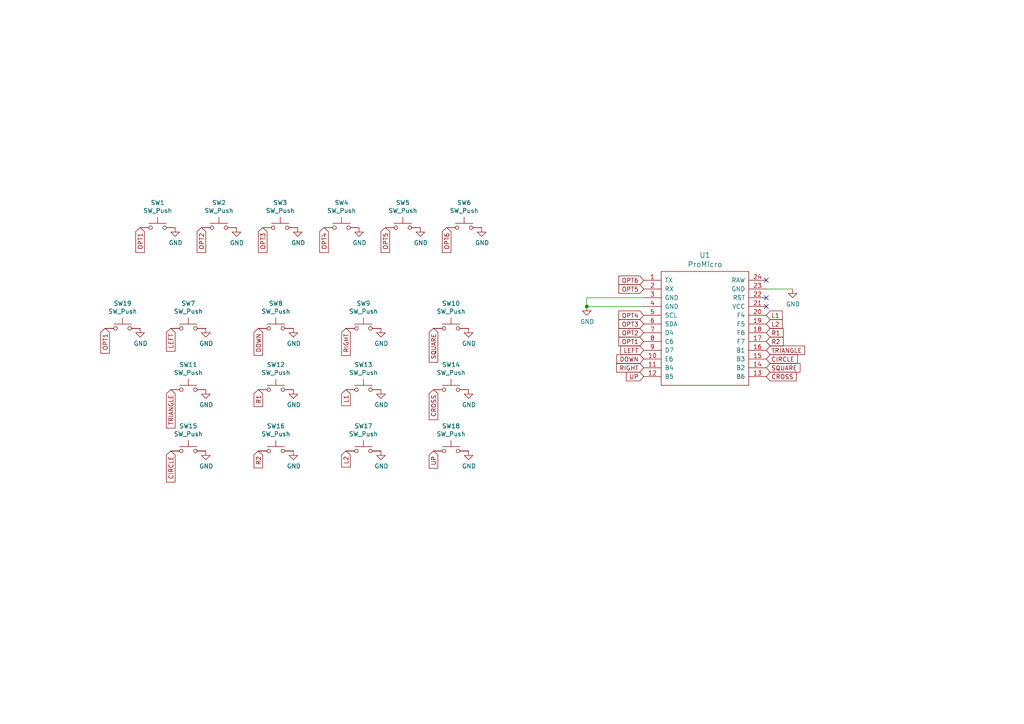
<source format=kicad_sch>
(kicad_sch (version 20211123) (generator eeschema)

  (uuid eb0d7aba-9d1d-4c08-8c07-1918544c3f39)

  (paper "A4")

  (lib_symbols
    (symbol "ProMicro:ProMicro" (pin_names (offset 1.016)) (in_bom yes) (on_board yes)
      (property "Reference" "U" (id 0) (at 0 24.13 0)
        (effects (font (size 1.524 1.524)))
      )
      (property "Value" "ProMicro" (id 1) (at 0 -13.97 0)
        (effects (font (size 1.524 1.524)))
      )
      (property "Footprint" "" (id 2) (at 2.54 -26.67 0)
        (effects (font (size 1.524 1.524)))
      )
      (property "Datasheet" "" (id 3) (at 2.54 -26.67 0)
        (effects (font (size 1.524 1.524)))
      )
      (symbol "ProMicro_0_1"
        (rectangle (start -12.7 21.59) (end 12.7 -11.43)
          (stroke (width 0) (type default) (color 0 0 0 0))
          (fill (type none))
        )
      )
      (symbol "ProMicro_1_1"
        (pin bidirectional line (at -17.78 19.05 0) (length 5.08)
          (name "TX" (effects (font (size 1.27 1.27))))
          (number "1" (effects (font (size 1.27 1.27))))
        )
        (pin bidirectional line (at -17.78 -3.81 0) (length 5.08)
          (name "E6" (effects (font (size 1.27 1.27))))
          (number "10" (effects (font (size 1.27 1.27))))
        )
        (pin bidirectional line (at -17.78 -6.35 0) (length 5.08)
          (name "B4" (effects (font (size 1.27 1.27))))
          (number "11" (effects (font (size 1.27 1.27))))
        )
        (pin bidirectional line (at -17.78 -8.89 0) (length 5.08)
          (name "B5" (effects (font (size 1.27 1.27))))
          (number "12" (effects (font (size 1.27 1.27))))
        )
        (pin bidirectional line (at 17.78 -8.89 180) (length 5.08)
          (name "B6" (effects (font (size 1.27 1.27))))
          (number "13" (effects (font (size 1.27 1.27))))
        )
        (pin bidirectional line (at 17.78 -6.35 180) (length 5.08)
          (name "B2" (effects (font (size 1.27 1.27))))
          (number "14" (effects (font (size 1.27 1.27))))
        )
        (pin bidirectional line (at 17.78 -3.81 180) (length 5.08)
          (name "B3" (effects (font (size 1.27 1.27))))
          (number "15" (effects (font (size 1.27 1.27))))
        )
        (pin bidirectional line (at 17.78 -1.27 180) (length 5.08)
          (name "B1" (effects (font (size 1.27 1.27))))
          (number "16" (effects (font (size 1.27 1.27))))
        )
        (pin bidirectional line (at 17.78 1.27 180) (length 5.08)
          (name "F7" (effects (font (size 1.27 1.27))))
          (number "17" (effects (font (size 1.27 1.27))))
        )
        (pin bidirectional line (at 17.78 3.81 180) (length 5.08)
          (name "F6" (effects (font (size 1.27 1.27))))
          (number "18" (effects (font (size 1.27 1.27))))
        )
        (pin bidirectional line (at 17.78 6.35 180) (length 5.08)
          (name "F5" (effects (font (size 1.27 1.27))))
          (number "19" (effects (font (size 1.27 1.27))))
        )
        (pin bidirectional line (at -17.78 16.51 0) (length 5.08)
          (name "RX" (effects (font (size 1.27 1.27))))
          (number "2" (effects (font (size 1.27 1.27))))
        )
        (pin bidirectional line (at 17.78 8.89 180) (length 5.08)
          (name "F4" (effects (font (size 1.27 1.27))))
          (number "20" (effects (font (size 1.27 1.27))))
        )
        (pin power_in line (at 17.78 11.43 180) (length 5.08)
          (name "VCC" (effects (font (size 1.27 1.27))))
          (number "21" (effects (font (size 1.27 1.27))))
        )
        (pin input line (at 17.78 13.97 180) (length 5.08)
          (name "RST" (effects (font (size 1.27 1.27))))
          (number "22" (effects (font (size 1.27 1.27))))
        )
        (pin power_in line (at 17.78 16.51 180) (length 5.08)
          (name "GND" (effects (font (size 1.27 1.27))))
          (number "23" (effects (font (size 1.27 1.27))))
        )
        (pin power_out line (at 17.78 19.05 180) (length 5.08)
          (name "RAW" (effects (font (size 1.27 1.27))))
          (number "24" (effects (font (size 1.27 1.27))))
        )
        (pin power_in line (at -17.78 13.97 0) (length 5.08)
          (name "GND" (effects (font (size 1.27 1.27))))
          (number "3" (effects (font (size 1.27 1.27))))
        )
        (pin power_in line (at -17.78 11.43 0) (length 5.08)
          (name "GND" (effects (font (size 1.27 1.27))))
          (number "4" (effects (font (size 1.27 1.27))))
        )
        (pin bidirectional line (at -17.78 8.89 0) (length 5.08)
          (name "SCL" (effects (font (size 1.27 1.27))))
          (number "5" (effects (font (size 1.27 1.27))))
        )
        (pin bidirectional line (at -17.78 6.35 0) (length 5.08)
          (name "SDA" (effects (font (size 1.27 1.27))))
          (number "6" (effects (font (size 1.27 1.27))))
        )
        (pin bidirectional line (at -17.78 3.81 0) (length 5.08)
          (name "D4" (effects (font (size 1.27 1.27))))
          (number "7" (effects (font (size 1.27 1.27))))
        )
        (pin bidirectional line (at -17.78 1.27 0) (length 5.08)
          (name "C6" (effects (font (size 1.27 1.27))))
          (number "8" (effects (font (size 1.27 1.27))))
        )
        (pin bidirectional line (at -17.78 -1.27 0) (length 5.08)
          (name "D7" (effects (font (size 1.27 1.27))))
          (number "9" (effects (font (size 1.27 1.27))))
        )
      )
    )
    (symbol "Switch:SW_Push" (pin_numbers hide) (pin_names (offset 1.016) hide) (in_bom yes) (on_board yes)
      (property "Reference" "SW" (id 0) (at 1.27 2.54 0)
        (effects (font (size 1.27 1.27)) (justify left))
      )
      (property "Value" "SW_Push" (id 1) (at 0 -1.524 0)
        (effects (font (size 1.27 1.27)))
      )
      (property "Footprint" "" (id 2) (at 0 5.08 0)
        (effects (font (size 1.27 1.27)) hide)
      )
      (property "Datasheet" "~" (id 3) (at 0 5.08 0)
        (effects (font (size 1.27 1.27)) hide)
      )
      (property "ki_keywords" "switch normally-open pushbutton push-button" (id 4) (at 0 0 0)
        (effects (font (size 1.27 1.27)) hide)
      )
      (property "ki_description" "Push button switch, generic, two pins" (id 5) (at 0 0 0)
        (effects (font (size 1.27 1.27)) hide)
      )
      (symbol "SW_Push_0_1"
        (circle (center -2.032 0) (radius 0.508)
          (stroke (width 0) (type default) (color 0 0 0 0))
          (fill (type none))
        )
        (polyline
          (pts
            (xy 0 1.27)
            (xy 0 3.048)
          )
          (stroke (width 0) (type default) (color 0 0 0 0))
          (fill (type none))
        )
        (polyline
          (pts
            (xy 2.54 1.27)
            (xy -2.54 1.27)
          )
          (stroke (width 0) (type default) (color 0 0 0 0))
          (fill (type none))
        )
        (circle (center 2.032 0) (radius 0.508)
          (stroke (width 0) (type default) (color 0 0 0 0))
          (fill (type none))
        )
        (pin passive line (at -5.08 0 0) (length 2.54)
          (name "1" (effects (font (size 1.27 1.27))))
          (number "1" (effects (font (size 1.27 1.27))))
        )
        (pin passive line (at 5.08 0 180) (length 2.54)
          (name "2" (effects (font (size 1.27 1.27))))
          (number "2" (effects (font (size 1.27 1.27))))
        )
      )
    )
    (symbol "power:GND" (power) (pin_names (offset 0)) (in_bom yes) (on_board yes)
      (property "Reference" "#PWR" (id 0) (at 0 -6.35 0)
        (effects (font (size 1.27 1.27)) hide)
      )
      (property "Value" "GND" (id 1) (at 0 -3.81 0)
        (effects (font (size 1.27 1.27)))
      )
      (property "Footprint" "" (id 2) (at 0 0 0)
        (effects (font (size 1.27 1.27)) hide)
      )
      (property "Datasheet" "" (id 3) (at 0 0 0)
        (effects (font (size 1.27 1.27)) hide)
      )
      (property "ki_keywords" "power-flag" (id 4) (at 0 0 0)
        (effects (font (size 1.27 1.27)) hide)
      )
      (property "ki_description" "Power symbol creates a global label with name \"GND\" , ground" (id 5) (at 0 0 0)
        (effects (font (size 1.27 1.27)) hide)
      )
      (symbol "GND_0_1"
        (polyline
          (pts
            (xy 0 0)
            (xy 0 -1.27)
            (xy 1.27 -1.27)
            (xy 0 -2.54)
            (xy -1.27 -1.27)
            (xy 0 -1.27)
          )
          (stroke (width 0) (type default) (color 0 0 0 0))
          (fill (type none))
        )
      )
      (symbol "GND_1_1"
        (pin power_in line (at 0 0 270) (length 0) hide
          (name "GND" (effects (font (size 1.27 1.27))))
          (number "1" (effects (font (size 1.27 1.27))))
        )
      )
    )
  )

  (junction (at 170.18 88.9) (diameter 0) (color 0 0 0 0)
    (uuid 9397be4c-55a4-4195-b561-45e1965650cb)
  )

  (no_connect (at 222.25 81.28) (uuid 238584b9-686b-4ce1-8d0a-e82ff8147448))
  (no_connect (at 222.25 88.9) (uuid 46b9b8d4-056f-4085-b3ee-f4c877f78e2c))
  (no_connect (at 222.25 86.36) (uuid 82d762ae-d9b6-4f0a-8680-341cea44a04f))

  (wire (pts (xy 170.18 88.9) (xy 186.69 88.9))
    (stroke (width 0) (type default) (color 0 0 0 0))
    (uuid 0b62f18d-5693-408d-8604-8a518065ae4e)
  )
  (wire (pts (xy 170.18 86.36) (xy 186.69 86.36))
    (stroke (width 0) (type default) (color 0 0 0 0))
    (uuid 17da2aaf-a2f2-47a1-a4d9-7a64e7df08d8)
  )
  (wire (pts (xy 170.18 86.36) (xy 170.18 88.9))
    (stroke (width 0) (type default) (color 0 0 0 0))
    (uuid 1c074a58-821c-43ab-971c-9c34930def9c)
  )
  (wire (pts (xy 222.25 83.82) (xy 229.87 83.82))
    (stroke (width 0) (type default) (color 0 0 0 0))
    (uuid b1fbf8b1-2128-4b96-907e-92eff8008252)
  )

  (global_label "OPT6" (shape input) (at 186.69 81.28 180) (fields_autoplaced)
    (effects (font (size 1.27 1.27)) (justify right))
    (uuid 02e27ee6-4181-4de3-b710-0b2ea93e759e)
    (property "Intersheet References" "${INTERSHEET_REFS}" (id 0) (at 0 0 0)
      (effects (font (size 1.27 1.27)) hide)
    )
  )
  (global_label "OPT4" (shape input) (at 186.69 91.44 180) (fields_autoplaced)
    (effects (font (size 1.27 1.27)) (justify right))
    (uuid 1628d288-e051-46f8-9cdc-1a47da2f561b)
    (property "Intersheet References" "${INTERSHEET_REFS}" (id 0) (at 0 0 0)
      (effects (font (size 1.27 1.27)) hide)
    )
  )
  (global_label "SQUARE" (shape input) (at 222.25 106.68 0) (fields_autoplaced)
    (effects (font (size 1.27 1.27)) (justify left))
    (uuid 164ff5a8-d646-4c3d-99dd-d57695b2b0c4)
    (property "Intersheet References" "${INTERSHEET_REFS}" (id 0) (at 0 0 0)
      (effects (font (size 1.27 1.27)) hide)
    )
  )
  (global_label "RIGHT" (shape input) (at 100.33 95.25 270) (fields_autoplaced)
    (effects (font (size 1.27 1.27)) (justify right))
    (uuid 1acb4d8b-4b58-4445-9cd9-ec1824c1be87)
    (property "Intersheet References" "${INTERSHEET_REFS}" (id 0) (at 0 0 0)
      (effects (font (size 1.27 1.27)) hide)
    )
  )
  (global_label "DOWN" (shape input) (at 186.69 104.14 180) (fields_autoplaced)
    (effects (font (size 1.27 1.27)) (justify right))
    (uuid 22cdea5c-9a3b-44d9-bf11-5197a87f5adf)
    (property "Intersheet References" "${INTERSHEET_REFS}" (id 0) (at 0 0 0)
      (effects (font (size 1.27 1.27)) hide)
    )
  )
  (global_label "LEFT" (shape input) (at 49.53 95.25 270) (fields_autoplaced)
    (effects (font (size 1.27 1.27)) (justify right))
    (uuid 3402a745-f3ee-4d2d-be22-c14474bd87c0)
    (property "Intersheet References" "${INTERSHEET_REFS}" (id 0) (at 0 0 0)
      (effects (font (size 1.27 1.27)) hide)
    )
  )
  (global_label "OPT2" (shape input) (at 186.69 96.52 180) (fields_autoplaced)
    (effects (font (size 1.27 1.27)) (justify right))
    (uuid 43c290e5-059d-4245-b1a7-1d4543e75899)
    (property "Intersheet References" "${INTERSHEET_REFS}" (id 0) (at 0 0 0)
      (effects (font (size 1.27 1.27)) hide)
    )
  )
  (global_label "UP" (shape input) (at 125.73 130.81 270) (fields_autoplaced)
    (effects (font (size 1.27 1.27)) (justify right))
    (uuid 43d19ca3-58dd-4672-b426-d879076dcc05)
    (property "Intersheet References" "${INTERSHEET_REFS}" (id 0) (at 0 0 0)
      (effects (font (size 1.27 1.27)) hide)
    )
  )
  (global_label "L2" (shape input) (at 100.33 130.81 270) (fields_autoplaced)
    (effects (font (size 1.27 1.27)) (justify right))
    (uuid 448530e5-0d1e-4a37-8daa-ba5a4b9b4ee7)
    (property "Intersheet References" "${INTERSHEET_REFS}" (id 0) (at 0 0 0)
      (effects (font (size 1.27 1.27)) hide)
    )
  )
  (global_label "CROSS" (shape input) (at 222.25 109.22 0) (fields_autoplaced)
    (effects (font (size 1.27 1.27)) (justify left))
    (uuid 46d58943-6202-4480-a7d0-7e5e655225c3)
    (property "Intersheet References" "${INTERSHEET_REFS}" (id 0) (at 0 0 0)
      (effects (font (size 1.27 1.27)) hide)
    )
  )
  (global_label "OPT5" (shape input) (at 111.76 66.04 270) (fields_autoplaced)
    (effects (font (size 1.27 1.27)) (justify right))
    (uuid 49e4c685-76ec-479f-b1d0-c3f5966d5590)
    (property "Intersheet References" "${INTERSHEET_REFS}" (id 0) (at 0 0 0)
      (effects (font (size 1.27 1.27)) hide)
    )
  )
  (global_label "TRIANGLE" (shape input) (at 222.25 101.6 0) (fields_autoplaced)
    (effects (font (size 1.27 1.27)) (justify left))
    (uuid 4c550feb-6b23-4e76-9859-0d01aea4f7fc)
    (property "Intersheet References" "${INTERSHEET_REFS}" (id 0) (at 0 0 0)
      (effects (font (size 1.27 1.27)) hide)
    )
  )
  (global_label "OPT6" (shape input) (at 129.54 66.04 270) (fields_autoplaced)
    (effects (font (size 1.27 1.27)) (justify right))
    (uuid 4f8e0dd7-a44e-45ac-962b-5b10e0faae6b)
    (property "Intersheet References" "${INTERSHEET_REFS}" (id 0) (at 0 0 0)
      (effects (font (size 1.27 1.27)) hide)
    )
  )
  (global_label "OPT4" (shape input) (at 93.98 66.04 270) (fields_autoplaced)
    (effects (font (size 1.27 1.27)) (justify right))
    (uuid 5575a6ec-5e03-442c-a090-354ce8b7d0d0)
    (property "Intersheet References" "${INTERSHEET_REFS}" (id 0) (at 0 0 0)
      (effects (font (size 1.27 1.27)) hide)
    )
  )
  (global_label "OPT3" (shape input) (at 76.2 66.04 270) (fields_autoplaced)
    (effects (font (size 1.27 1.27)) (justify right))
    (uuid 5ce58bc3-0b8e-46ad-83d6-27f05b340cbd)
    (property "Intersheet References" "${INTERSHEET_REFS}" (id 0) (at 0 0 0)
      (effects (font (size 1.27 1.27)) hide)
    )
  )
  (global_label "UP" (shape input) (at 186.69 109.22 180) (fields_autoplaced)
    (effects (font (size 1.27 1.27)) (justify right))
    (uuid 65a5a91e-0d7a-470f-a495-3853957c9f45)
    (property "Intersheet References" "${INTERSHEET_REFS}" (id 0) (at 0 0 0)
      (effects (font (size 1.27 1.27)) hide)
    )
  )
  (global_label "SQUARE" (shape input) (at 125.73 95.25 270) (fields_autoplaced)
    (effects (font (size 1.27 1.27)) (justify right))
    (uuid 6d769994-a17c-4fc1-b0d7-f1315219860e)
    (property "Intersheet References" "${INTERSHEET_REFS}" (id 0) (at 0 0 0)
      (effects (font (size 1.27 1.27)) hide)
    )
  )
  (global_label "RIGHT" (shape input) (at 186.69 106.68 180) (fields_autoplaced)
    (effects (font (size 1.27 1.27)) (justify right))
    (uuid 7820d916-d9cd-4eb7-b73b-4c6bf39437a0)
    (property "Intersheet References" "${INTERSHEET_REFS}" (id 0) (at 0 0 0)
      (effects (font (size 1.27 1.27)) hide)
    )
  )
  (global_label "R2" (shape input) (at 222.25 99.06 0) (fields_autoplaced)
    (effects (font (size 1.27 1.27)) (justify left))
    (uuid 8abf9c5d-ea02-464a-ac26-0a0f95ca1952)
    (property "Intersheet References" "${INTERSHEET_REFS}" (id 0) (at 0 0 0)
      (effects (font (size 1.27 1.27)) hide)
    )
  )
  (global_label "R1" (shape input) (at 222.25 96.52 0) (fields_autoplaced)
    (effects (font (size 1.27 1.27)) (justify left))
    (uuid 9277fbb3-12c2-4cb2-83bf-c21424f327ec)
    (property "Intersheet References" "${INTERSHEET_REFS}" (id 0) (at 0 0 0)
      (effects (font (size 1.27 1.27)) hide)
    )
  )
  (global_label "R1" (shape input) (at 74.93 113.03 270) (fields_autoplaced)
    (effects (font (size 1.27 1.27)) (justify right))
    (uuid 95b32bf0-65f3-426c-a9ed-8e1936af7bee)
    (property "Intersheet References" "${INTERSHEET_REFS}" (id 0) (at 0 0 0)
      (effects (font (size 1.27 1.27)) hide)
    )
  )
  (global_label "OPT1" (shape input) (at 186.69 99.06 180) (fields_autoplaced)
    (effects (font (size 1.27 1.27)) (justify right))
    (uuid 9c84f8d0-4ffb-4127-951e-65f1fa65e69b)
    (property "Intersheet References" "${INTERSHEET_REFS}" (id 0) (at 0 0 0)
      (effects (font (size 1.27 1.27)) hide)
    )
  )
  (global_label "L2" (shape input) (at 222.25 93.98 0) (fields_autoplaced)
    (effects (font (size 1.27 1.27)) (justify left))
    (uuid a0eb2656-33f8-4544-836b-d71f27d12c84)
    (property "Intersheet References" "${INTERSHEET_REFS}" (id 0) (at 0 0 0)
      (effects (font (size 1.27 1.27)) hide)
    )
  )
  (global_label "OPT1" (shape input) (at 40.64 66.04 270) (fields_autoplaced)
    (effects (font (size 1.27 1.27)) (justify right))
    (uuid ab1180fa-c484-4ae7-b260-a92e280f1043)
    (property "Intersheet References" "${INTERSHEET_REFS}" (id 0) (at 0 0 0)
      (effects (font (size 1.27 1.27)) hide)
    )
  )
  (global_label "CIRCLE" (shape input) (at 49.53 130.81 270) (fields_autoplaced)
    (effects (font (size 1.27 1.27)) (justify right))
    (uuid ad758bf6-4a38-484e-8d93-4ba1ca27e5b2)
    (property "Intersheet References" "${INTERSHEET_REFS}" (id 0) (at 0 0 0)
      (effects (font (size 1.27 1.27)) hide)
    )
  )
  (global_label "DOWN" (shape input) (at 74.93 95.25 270) (fields_autoplaced)
    (effects (font (size 1.27 1.27)) (justify right))
    (uuid be7bf306-ca2f-4ff2-ae08-02d78c22b7d0)
    (property "Intersheet References" "${INTERSHEET_REFS}" (id 0) (at 0 0 0)
      (effects (font (size 1.27 1.27)) hide)
    )
  )
  (global_label "LEFT" (shape input) (at 186.69 101.6 180) (fields_autoplaced)
    (effects (font (size 1.27 1.27)) (justify right))
    (uuid c3617240-2d91-4faa-85a8-f690f621d4ce)
    (property "Intersheet References" "${INTERSHEET_REFS}" (id 0) (at 0 0 0)
      (effects (font (size 1.27 1.27)) hide)
    )
  )
  (global_label "L1" (shape input) (at 100.33 113.03 270) (fields_autoplaced)
    (effects (font (size 1.27 1.27)) (justify right))
    (uuid cda2a556-ee91-4af0-a605-9d65c3ed2802)
    (property "Intersheet References" "${INTERSHEET_REFS}" (id 0) (at 0 0 0)
      (effects (font (size 1.27 1.27)) hide)
    )
  )
  (global_label "OPT5" (shape input) (at 186.69 83.82 180) (fields_autoplaced)
    (effects (font (size 1.27 1.27)) (justify right))
    (uuid d087e1da-8620-46e1-94aa-68a639bd3cd8)
    (property "Intersheet References" "${INTERSHEET_REFS}" (id 0) (at 0 0 0)
      (effects (font (size 1.27 1.27)) hide)
    )
  )
  (global_label "CIRCLE" (shape input) (at 222.25 104.14 0) (fields_autoplaced)
    (effects (font (size 1.27 1.27)) (justify left))
    (uuid d42f9a3d-65fc-471a-af2d-102ad8d71cc4)
    (property "Intersheet References" "${INTERSHEET_REFS}" (id 0) (at 0 0 0)
      (effects (font (size 1.27 1.27)) hide)
    )
  )
  (global_label "R2" (shape input) (at 74.93 130.81 270) (fields_autoplaced)
    (effects (font (size 1.27 1.27)) (justify right))
    (uuid d60d36c0-b4e0-452f-b4b9-9c730d73ef6e)
    (property "Intersheet References" "${INTERSHEET_REFS}" (id 0) (at 0 0 0)
      (effects (font (size 1.27 1.27)) hide)
    )
  )
  (global_label "TRIANGLE" (shape input) (at 49.53 113.03 270) (fields_autoplaced)
    (effects (font (size 1.27 1.27)) (justify right))
    (uuid de938d01-58d7-46db-b59d-b6f3485288b4)
    (property "Intersheet References" "${INTERSHEET_REFS}" (id 0) (at 0 0 0)
      (effects (font (size 1.27 1.27)) hide)
    )
  )
  (global_label "OPT3" (shape input) (at 186.69 93.98 180) (fields_autoplaced)
    (effects (font (size 1.27 1.27)) (justify right))
    (uuid ec6008cc-6d6c-4edf-8d7c-f40b935b0ae1)
    (property "Intersheet References" "${INTERSHEET_REFS}" (id 0) (at 0 0 0)
      (effects (font (size 1.27 1.27)) hide)
    )
  )
  (global_label "OPT2" (shape input) (at 58.42 66.04 270) (fields_autoplaced)
    (effects (font (size 1.27 1.27)) (justify right))
    (uuid eca6a393-8548-460f-b4ed-d69f3e6eb7dd)
    (property "Intersheet References" "${INTERSHEET_REFS}" (id 0) (at 0 0 0)
      (effects (font (size 1.27 1.27)) hide)
    )
  )
  (global_label "L1" (shape input) (at 222.25 91.44 0) (fields_autoplaced)
    (effects (font (size 1.27 1.27)) (justify left))
    (uuid ee5ddbd9-fb30-4c66-9989-8110ece7e990)
    (property "Intersheet References" "${INTERSHEET_REFS}" (id 0) (at 0 0 0)
      (effects (font (size 1.27 1.27)) hide)
    )
  )
  (global_label "CROSS" (shape input) (at 125.73 113.03 270) (fields_autoplaced)
    (effects (font (size 1.27 1.27)) (justify right))
    (uuid f3729d26-e1ad-4491-9b0f-46f08758de1f)
    (property "Intersheet References" "${INTERSHEET_REFS}" (id 0) (at 0 0 0)
      (effects (font (size 1.27 1.27)) hide)
    )
  )
  (global_label "OPT1" (shape input) (at 30.48 95.25 270) (fields_autoplaced)
    (effects (font (size 1.27 1.27)) (justify right))
    (uuid f39e1659-ea83-4d29-b8a8-42bbb49e3528)
    (property "Intersheet References" "${INTERSHEET_REFS}" (id 0) (at 30.4006 102.3518 90)
      (effects (font (size 1.27 1.27)) (justify right) hide)
    )
  )

  (symbol (lib_id "Switch:SW_Push") (at 45.72 66.04 0) (unit 1)
    (in_bom yes) (on_board yes)
    (uuid 00000000-0000-0000-0000-000060e24ed8)
    (property "Reference" "SW1" (id 0) (at 45.72 58.801 0))
    (property "Value" "" (id 1) (at 45.72 61.1124 0))
    (property "Footprint" "Button_Switch_THT:SW_PUSH_6mm_H5mm" (id 2) (at 45.72 60.96 0)
      (effects (font (size 1.27 1.27)) hide)
    )
    (property "Datasheet" "~" (id 3) (at 45.72 60.96 0)
      (effects (font (size 1.27 1.27)) hide)
    )
    (pin "1" (uuid d8abdd83-8277-4fe6-8ec8-4914b4dd44ad))
    (pin "2" (uuid bcbbb500-fb2f-4bae-8868-db70b3404200))
  )

  (symbol (lib_id "Switch:SW_Push") (at 63.5 66.04 0) (unit 1)
    (in_bom yes) (on_board yes)
    (uuid 00000000-0000-0000-0000-000060e26611)
    (property "Reference" "SW2" (id 0) (at 63.5 58.801 0))
    (property "Value" "" (id 1) (at 63.5 61.1124 0))
    (property "Footprint" "Button_Switch_THT:SW_PUSH_6mm_H5mm" (id 2) (at 63.5 60.96 0)
      (effects (font (size 1.27 1.27)) hide)
    )
    (property "Datasheet" "~" (id 3) (at 63.5 60.96 0)
      (effects (font (size 1.27 1.27)) hide)
    )
    (pin "1" (uuid 1e14d6d1-0d97-4be9-91d8-515ee512759b))
    (pin "2" (uuid f1a6dd09-0289-4227-a86b-58c494fad5f5))
  )

  (symbol (lib_id "Switch:SW_Push") (at 81.28 66.04 0) (unit 1)
    (in_bom yes) (on_board yes)
    (uuid 00000000-0000-0000-0000-000060e26c90)
    (property "Reference" "SW3" (id 0) (at 81.28 58.801 0))
    (property "Value" "" (id 1) (at 81.28 61.1124 0))
    (property "Footprint" "Button_Switch_THT:SW_PUSH_6mm_H5mm" (id 2) (at 81.28 60.96 0)
      (effects (font (size 1.27 1.27)) hide)
    )
    (property "Datasheet" "~" (id 3) (at 81.28 60.96 0)
      (effects (font (size 1.27 1.27)) hide)
    )
    (pin "1" (uuid 80d94372-821b-41d9-b8b5-aaac135925a7))
    (pin "2" (uuid be5493fe-9b60-48c9-8da9-1fcd8350bd6a))
  )

  (symbol (lib_id "Switch:SW_Push") (at 99.06 66.04 0) (unit 1)
    (in_bom yes) (on_board yes)
    (uuid 00000000-0000-0000-0000-000060e272b9)
    (property "Reference" "SW4" (id 0) (at 99.06 58.801 0))
    (property "Value" "" (id 1) (at 99.06 61.1124 0))
    (property "Footprint" "Button_Switch_THT:SW_PUSH_6mm_H5mm" (id 2) (at 99.06 60.96 0)
      (effects (font (size 1.27 1.27)) hide)
    )
    (property "Datasheet" "~" (id 3) (at 99.06 60.96 0)
      (effects (font (size 1.27 1.27)) hide)
    )
    (pin "1" (uuid 9de88e4e-847e-42d1-bd3e-2d3b176bd4c9))
    (pin "2" (uuid a204e877-c3e0-47f0-8549-5c3e69a19a60))
  )

  (symbol (lib_id "Switch:SW_Push") (at 116.84 66.04 0) (unit 1)
    (in_bom yes) (on_board yes)
    (uuid 00000000-0000-0000-0000-000060e27d9a)
    (property "Reference" "SW5" (id 0) (at 116.84 58.801 0))
    (property "Value" "" (id 1) (at 116.84 61.1124 0))
    (property "Footprint" "Button_Switch_THT:SW_PUSH_6mm_H5mm" (id 2) (at 116.84 60.96 0)
      (effects (font (size 1.27 1.27)) hide)
    )
    (property "Datasheet" "~" (id 3) (at 116.84 60.96 0)
      (effects (font (size 1.27 1.27)) hide)
    )
    (pin "1" (uuid 6497620a-2ca5-469a-8882-cc4c731c7112))
    (pin "2" (uuid 985d42bc-3016-4c19-9d8d-a1ff2aabe2b9))
  )

  (symbol (lib_id "Switch:SW_Push") (at 134.62 66.04 0) (unit 1)
    (in_bom yes) (on_board yes)
    (uuid 00000000-0000-0000-0000-000060e28459)
    (property "Reference" "SW6" (id 0) (at 134.62 58.801 0))
    (property "Value" "" (id 1) (at 134.62 61.1124 0))
    (property "Footprint" "Button_Switch_THT:SW_PUSH_6mm_H5mm" (id 2) (at 134.62 60.96 0)
      (effects (font (size 1.27 1.27)) hide)
    )
    (property "Datasheet" "~" (id 3) (at 134.62 60.96 0)
      (effects (font (size 1.27 1.27)) hide)
    )
    (pin "1" (uuid 44a58e62-ea10-44b3-96d9-fdbcc5c80684))
    (pin "2" (uuid a648f467-d002-4982-a051-8a304348228c))
  )

  (symbol (lib_id "power:GND") (at 50.8 66.04 0) (unit 1)
    (in_bom yes) (on_board yes)
    (uuid 00000000-0000-0000-0000-000060e28d2f)
    (property "Reference" "#PWR01" (id 0) (at 50.8 72.39 0)
      (effects (font (size 1.27 1.27)) hide)
    )
    (property "Value" "" (id 1) (at 50.927 70.4342 0))
    (property "Footprint" "" (id 2) (at 50.8 66.04 0)
      (effects (font (size 1.27 1.27)) hide)
    )
    (property "Datasheet" "" (id 3) (at 50.8 66.04 0)
      (effects (font (size 1.27 1.27)) hide)
    )
    (pin "1" (uuid e798f591-dfd0-4275-9cb1-80f855c1e82b))
  )

  (symbol (lib_id "power:GND") (at 68.58 66.04 0) (unit 1)
    (in_bom yes) (on_board yes)
    (uuid 00000000-0000-0000-0000-000060e29d12)
    (property "Reference" "#PWR02" (id 0) (at 68.58 72.39 0)
      (effects (font (size 1.27 1.27)) hide)
    )
    (property "Value" "" (id 1) (at 68.707 70.4342 0))
    (property "Footprint" "" (id 2) (at 68.58 66.04 0)
      (effects (font (size 1.27 1.27)) hide)
    )
    (property "Datasheet" "" (id 3) (at 68.58 66.04 0)
      (effects (font (size 1.27 1.27)) hide)
    )
    (pin "1" (uuid 93b682ba-ea36-497f-8a86-3f804fa4e49a))
  )

  (symbol (lib_id "power:GND") (at 86.36 66.04 0) (unit 1)
    (in_bom yes) (on_board yes)
    (uuid 00000000-0000-0000-0000-000060e29ffb)
    (property "Reference" "#PWR03" (id 0) (at 86.36 72.39 0)
      (effects (font (size 1.27 1.27)) hide)
    )
    (property "Value" "" (id 1) (at 86.487 70.4342 0))
    (property "Footprint" "" (id 2) (at 86.36 66.04 0)
      (effects (font (size 1.27 1.27)) hide)
    )
    (property "Datasheet" "" (id 3) (at 86.36 66.04 0)
      (effects (font (size 1.27 1.27)) hide)
    )
    (pin "1" (uuid b7b27b3d-8c05-4abe-b8f4-df17d90ca44a))
  )

  (symbol (lib_id "power:GND") (at 104.14 66.04 0) (unit 1)
    (in_bom yes) (on_board yes)
    (uuid 00000000-0000-0000-0000-000060e2a2ed)
    (property "Reference" "#PWR04" (id 0) (at 104.14 72.39 0)
      (effects (font (size 1.27 1.27)) hide)
    )
    (property "Value" "" (id 1) (at 104.267 70.4342 0))
    (property "Footprint" "" (id 2) (at 104.14 66.04 0)
      (effects (font (size 1.27 1.27)) hide)
    )
    (property "Datasheet" "" (id 3) (at 104.14 66.04 0)
      (effects (font (size 1.27 1.27)) hide)
    )
    (pin "1" (uuid 4a1053c9-80e7-4852-8d7d-9ad9789c2dcc))
  )

  (symbol (lib_id "power:GND") (at 121.92 66.04 0) (unit 1)
    (in_bom yes) (on_board yes)
    (uuid 00000000-0000-0000-0000-000060e2a66e)
    (property "Reference" "#PWR05" (id 0) (at 121.92 72.39 0)
      (effects (font (size 1.27 1.27)) hide)
    )
    (property "Value" "" (id 1) (at 122.047 70.4342 0))
    (property "Footprint" "" (id 2) (at 121.92 66.04 0)
      (effects (font (size 1.27 1.27)) hide)
    )
    (property "Datasheet" "" (id 3) (at 121.92 66.04 0)
      (effects (font (size 1.27 1.27)) hide)
    )
    (pin "1" (uuid 5077d798-ad08-4bb0-baa2-42052a097bd1))
  )

  (symbol (lib_id "power:GND") (at 139.7 66.04 0) (unit 1)
    (in_bom yes) (on_board yes)
    (uuid 00000000-0000-0000-0000-000060e2a9fe)
    (property "Reference" "#PWR06" (id 0) (at 139.7 72.39 0)
      (effects (font (size 1.27 1.27)) hide)
    )
    (property "Value" "" (id 1) (at 139.827 70.4342 0))
    (property "Footprint" "" (id 2) (at 139.7 66.04 0)
      (effects (font (size 1.27 1.27)) hide)
    )
    (property "Datasheet" "" (id 3) (at 139.7 66.04 0)
      (effects (font (size 1.27 1.27)) hide)
    )
    (pin "1" (uuid c0e6b501-4f0d-4da7-8127-06b0ea59c9b8))
  )

  (symbol (lib_id "Switch:SW_Push") (at 54.61 95.25 0) (unit 1)
    (in_bom yes) (on_board yes)
    (uuid 00000000-0000-0000-0000-000060ebc7d7)
    (property "Reference" "SW7" (id 0) (at 54.61 88.011 0))
    (property "Value" "" (id 1) (at 54.61 90.3224 0))
    (property "Footprint" "Kailh:Kailh_socket_PG1350_optional" (id 2) (at 54.61 90.17 0)
      (effects (font (size 1.27 1.27)) hide)
    )
    (property "Datasheet" "~" (id 3) (at 54.61 90.17 0)
      (effects (font (size 1.27 1.27)) hide)
    )
    (pin "1" (uuid 9b1401fa-12e7-4a3e-b5f5-b131d3d7e8aa))
    (pin "2" (uuid 5a33393b-a4e3-48f7-86a4-5a59914c3ab7))
  )

  (symbol (lib_id "Switch:SW_Push") (at 130.81 130.81 0) (unit 1)
    (in_bom yes) (on_board yes)
    (uuid 00000000-0000-0000-0000-000060ec0151)
    (property "Reference" "SW18" (id 0) (at 130.81 123.571 0))
    (property "Value" "" (id 1) (at 130.81 125.8824 0))
    (property "Footprint" "Kailh:Kailh_socket_PG1350_optional" (id 2) (at 130.81 125.73 0)
      (effects (font (size 1.27 1.27)) hide)
    )
    (property "Datasheet" "~" (id 3) (at 130.81 125.73 0)
      (effects (font (size 1.27 1.27)) hide)
    )
    (pin "1" (uuid 0b2fa373-a5b1-4f8b-b8a2-2cb4da8ca230))
    (pin "2" (uuid 045c09f5-cec4-4130-91c1-f88b2e4f7860))
  )

  (symbol (lib_id "Switch:SW_Push") (at 80.01 113.03 0) (unit 1)
    (in_bom yes) (on_board yes)
    (uuid 00000000-0000-0000-0000-000060ec0bb3)
    (property "Reference" "SW12" (id 0) (at 80.01 105.791 0))
    (property "Value" "" (id 1) (at 80.01 108.1024 0))
    (property "Footprint" "Kailh:Kailh_socket_PG1350_optional" (id 2) (at 80.01 107.95 0)
      (effects (font (size 1.27 1.27)) hide)
    )
    (property "Datasheet" "~" (id 3) (at 80.01 107.95 0)
      (effects (font (size 1.27 1.27)) hide)
    )
    (pin "1" (uuid 6f3703e5-ff28-4eec-8b67-38d7e2e34eb4))
    (pin "2" (uuid c5c5d3ed-d6d2-4109-8e55-8c53d1c30217))
  )

  (symbol (lib_id "Switch:SW_Push") (at 54.61 130.81 0) (unit 1)
    (in_bom yes) (on_board yes)
    (uuid 00000000-0000-0000-0000-000060ec0fb1)
    (property "Reference" "SW15" (id 0) (at 54.61 123.571 0))
    (property "Value" "" (id 1) (at 54.61 125.8824 0))
    (property "Footprint" "Kailh:Kailh_socket_PG1350_optional" (id 2) (at 54.61 125.73 0)
      (effects (font (size 1.27 1.27)) hide)
    )
    (property "Datasheet" "~" (id 3) (at 54.61 125.73 0)
      (effects (font (size 1.27 1.27)) hide)
    )
    (pin "1" (uuid 29be944f-ba04-4be2-8a77-fe6158996858))
    (pin "2" (uuid ab363d15-544d-42d1-a00f-5bc982794cc0))
  )

  (symbol (lib_id "Switch:SW_Push") (at 80.01 95.25 0) (unit 1)
    (in_bom yes) (on_board yes)
    (uuid 00000000-0000-0000-0000-000060ec2d3f)
    (property "Reference" "SW8" (id 0) (at 80.01 88.011 0))
    (property "Value" "" (id 1) (at 80.01 90.3224 0))
    (property "Footprint" "Kailh:Kailh_socket_PG1350_optional" (id 2) (at 80.01 90.17 0)
      (effects (font (size 1.27 1.27)) hide)
    )
    (property "Datasheet" "~" (id 3) (at 80.01 90.17 0)
      (effects (font (size 1.27 1.27)) hide)
    )
    (pin "1" (uuid 63b2e40a-1724-454a-b3d5-225a1bfe5523))
    (pin "2" (uuid 9d210105-7996-4404-b8b3-1b31795b36bf))
  )

  (symbol (lib_id "Switch:SW_Push") (at 130.81 95.25 0) (unit 1)
    (in_bom yes) (on_board yes)
    (uuid 00000000-0000-0000-0000-000060ec33be)
    (property "Reference" "SW10" (id 0) (at 130.81 88.011 0))
    (property "Value" "" (id 1) (at 130.81 90.3224 0))
    (property "Footprint" "Kailh:Kailh_socket_PG1350_optional" (id 2) (at 130.81 90.17 0)
      (effects (font (size 1.27 1.27)) hide)
    )
    (property "Datasheet" "~" (id 3) (at 130.81 90.17 0)
      (effects (font (size 1.27 1.27)) hide)
    )
    (pin "1" (uuid 67b4eebf-cae9-4d0f-964c-e1357737eb67))
    (pin "2" (uuid 41804e8c-62eb-4de3-bbae-e735888a8023))
  )

  (symbol (lib_id "Switch:SW_Push") (at 105.41 113.03 0) (unit 1)
    (in_bom yes) (on_board yes)
    (uuid 00000000-0000-0000-0000-000060ec37aa)
    (property "Reference" "SW13" (id 0) (at 105.41 105.791 0))
    (property "Value" "" (id 1) (at 105.41 108.1024 0))
    (property "Footprint" "Kailh:Kailh_socket_PG1350_optional" (id 2) (at 105.41 107.95 0)
      (effects (font (size 1.27 1.27)) hide)
    )
    (property "Datasheet" "~" (id 3) (at 105.41 107.95 0)
      (effects (font (size 1.27 1.27)) hide)
    )
    (pin "1" (uuid 04a56efd-1c3f-4169-9fc5-b71c3a724c8a))
    (pin "2" (uuid e549d18c-57b8-4dbc-826d-4bd36bc365b3))
  )

  (symbol (lib_id "Switch:SW_Push") (at 80.01 130.81 0) (unit 1)
    (in_bom yes) (on_board yes)
    (uuid 00000000-0000-0000-0000-000060ec3cac)
    (property "Reference" "SW16" (id 0) (at 80.01 123.571 0))
    (property "Value" "" (id 1) (at 80.01 125.8824 0))
    (property "Footprint" "Kailh:Kailh_socket_PG1350_optional" (id 2) (at 80.01 125.73 0)
      (effects (font (size 1.27 1.27)) hide)
    )
    (property "Datasheet" "~" (id 3) (at 80.01 125.73 0)
      (effects (font (size 1.27 1.27)) hide)
    )
    (pin "1" (uuid 582b86b2-ebde-4dcc-9107-2b87532178ab))
    (pin "2" (uuid c38124bd-e3bc-42a9-82ed-5cd6b42a415d))
  )

  (symbol (lib_id "Switch:SW_Push") (at 105.41 95.25 0) (unit 1)
    (in_bom yes) (on_board yes)
    (uuid 00000000-0000-0000-0000-000060ec3fe9)
    (property "Reference" "SW9" (id 0) (at 105.41 88.011 0))
    (property "Value" "" (id 1) (at 105.41 90.3224 0))
    (property "Footprint" "Kailh:Kailh_socket_PG1350_optional" (id 2) (at 105.41 90.17 0)
      (effects (font (size 1.27 1.27)) hide)
    )
    (property "Datasheet" "~" (id 3) (at 105.41 90.17 0)
      (effects (font (size 1.27 1.27)) hide)
    )
    (pin "1" (uuid a5cf3f6e-440c-4e1d-9ae9-db03785122d7))
    (pin "2" (uuid f911388d-72d4-47a9-8864-426acbce58dc))
  )

  (symbol (lib_id "Switch:SW_Push") (at 54.61 113.03 0) (unit 1)
    (in_bom yes) (on_board yes)
    (uuid 00000000-0000-0000-0000-000060ec4474)
    (property "Reference" "SW11" (id 0) (at 54.61 105.791 0))
    (property "Value" "" (id 1) (at 54.61 108.1024 0))
    (property "Footprint" "Kailh:Kailh_socket_PG1350_optional" (id 2) (at 54.61 107.95 0)
      (effects (font (size 1.27 1.27)) hide)
    )
    (property "Datasheet" "~" (id 3) (at 54.61 107.95 0)
      (effects (font (size 1.27 1.27)) hide)
    )
    (pin "1" (uuid ed1ea922-71d7-4a15-a2d7-615ed0ad111b))
    (pin "2" (uuid ac981031-e934-4935-9f05-aff5a783147e))
  )

  (symbol (lib_id "Switch:SW_Push") (at 130.81 113.03 0) (unit 1)
    (in_bom yes) (on_board yes)
    (uuid 00000000-0000-0000-0000-000060ec4852)
    (property "Reference" "SW14" (id 0) (at 130.81 105.791 0))
    (property "Value" "" (id 1) (at 130.81 108.1024 0))
    (property "Footprint" "Kailh:Kailh_socket_PG1350_optional" (id 2) (at 130.81 107.95 0)
      (effects (font (size 1.27 1.27)) hide)
    )
    (property "Datasheet" "~" (id 3) (at 130.81 107.95 0)
      (effects (font (size 1.27 1.27)) hide)
    )
    (pin "1" (uuid b1448fad-f4f5-4cb4-8a9c-d0e976a8917e))
    (pin "2" (uuid 1ba129db-2a4b-4970-9ce6-9b3b705804a2))
  )

  (symbol (lib_id "Switch:SW_Push") (at 105.41 130.81 0) (unit 1)
    (in_bom yes) (on_board yes)
    (uuid 00000000-0000-0000-0000-000060ec4d39)
    (property "Reference" "SW17" (id 0) (at 105.41 123.571 0))
    (property "Value" "" (id 1) (at 105.41 125.8824 0))
    (property "Footprint" "Kailh:Kailh_socket_PG1350_optional" (id 2) (at 105.41 125.73 0)
      (effects (font (size 1.27 1.27)) hide)
    )
    (property "Datasheet" "~" (id 3) (at 105.41 125.73 0)
      (effects (font (size 1.27 1.27)) hide)
    )
    (pin "1" (uuid 9120d02a-59eb-455d-a2bd-4c5b31dd1cf0))
    (pin "2" (uuid abd72b22-a6a7-4e42-86e7-8a6f7dde233e))
  )

  (symbol (lib_id "power:GND") (at 59.69 95.25 0) (unit 1)
    (in_bom yes) (on_board yes)
    (uuid 00000000-0000-0000-0000-000060ec93f2)
    (property "Reference" "#PWR07" (id 0) (at 59.69 101.6 0)
      (effects (font (size 1.27 1.27)) hide)
    )
    (property "Value" "" (id 1) (at 59.817 99.6442 0))
    (property "Footprint" "" (id 2) (at 59.69 95.25 0)
      (effects (font (size 1.27 1.27)) hide)
    )
    (property "Datasheet" "" (id 3) (at 59.69 95.25 0)
      (effects (font (size 1.27 1.27)) hide)
    )
    (pin "1" (uuid 9a7ddf18-ecc6-4325-9051-ca2e16429fd1))
  )

  (symbol (lib_id "power:GND") (at 135.89 130.81 0) (unit 1)
    (in_bom yes) (on_board yes)
    (uuid 00000000-0000-0000-0000-000060eca225)
    (property "Reference" "#PWR018" (id 0) (at 135.89 137.16 0)
      (effects (font (size 1.27 1.27)) hide)
    )
    (property "Value" "" (id 1) (at 136.017 135.2042 0))
    (property "Footprint" "" (id 2) (at 135.89 130.81 0)
      (effects (font (size 1.27 1.27)) hide)
    )
    (property "Datasheet" "" (id 3) (at 135.89 130.81 0)
      (effects (font (size 1.27 1.27)) hide)
    )
    (pin "1" (uuid 8b185594-c899-47fc-bf25-a6257131872a))
  )

  (symbol (lib_id "power:GND") (at 85.09 113.03 0) (unit 1)
    (in_bom yes) (on_board yes)
    (uuid 00000000-0000-0000-0000-000060eca76f)
    (property "Reference" "#PWR012" (id 0) (at 85.09 119.38 0)
      (effects (font (size 1.27 1.27)) hide)
    )
    (property "Value" "" (id 1) (at 85.217 117.4242 0))
    (property "Footprint" "" (id 2) (at 85.09 113.03 0)
      (effects (font (size 1.27 1.27)) hide)
    )
    (property "Datasheet" "" (id 3) (at 85.09 113.03 0)
      (effects (font (size 1.27 1.27)) hide)
    )
    (pin "1" (uuid 4ee29279-4709-4c7a-b93c-f5508d04a5f7))
  )

  (symbol (lib_id "power:GND") (at 59.69 130.81 0) (unit 1)
    (in_bom yes) (on_board yes)
    (uuid 00000000-0000-0000-0000-000060ecab6b)
    (property "Reference" "#PWR015" (id 0) (at 59.69 137.16 0)
      (effects (font (size 1.27 1.27)) hide)
    )
    (property "Value" "" (id 1) (at 59.817 135.2042 0))
    (property "Footprint" "" (id 2) (at 59.69 130.81 0)
      (effects (font (size 1.27 1.27)) hide)
    )
    (property "Datasheet" "" (id 3) (at 59.69 130.81 0)
      (effects (font (size 1.27 1.27)) hide)
    )
    (pin "1" (uuid 45d11d62-5c54-4ba0-b074-1df7a5ba095c))
  )

  (symbol (lib_id "power:GND") (at 85.09 95.25 0) (unit 1)
    (in_bom yes) (on_board yes)
    (uuid 00000000-0000-0000-0000-000060ecafc7)
    (property "Reference" "#PWR08" (id 0) (at 85.09 101.6 0)
      (effects (font (size 1.27 1.27)) hide)
    )
    (property "Value" "" (id 1) (at 85.217 99.6442 0))
    (property "Footprint" "" (id 2) (at 85.09 95.25 0)
      (effects (font (size 1.27 1.27)) hide)
    )
    (property "Datasheet" "" (id 3) (at 85.09 95.25 0)
      (effects (font (size 1.27 1.27)) hide)
    )
    (pin "1" (uuid 336bab7c-1b6a-47e5-ba69-1f562ce55d67))
  )

  (symbol (lib_id "power:GND") (at 135.89 95.25 0) (unit 1)
    (in_bom yes) (on_board yes)
    (uuid 00000000-0000-0000-0000-000060ecb5c1)
    (property "Reference" "#PWR010" (id 0) (at 135.89 101.6 0)
      (effects (font (size 1.27 1.27)) hide)
    )
    (property "Value" "" (id 1) (at 136.017 99.6442 0))
    (property "Footprint" "" (id 2) (at 135.89 95.25 0)
      (effects (font (size 1.27 1.27)) hide)
    )
    (property "Datasheet" "" (id 3) (at 135.89 95.25 0)
      (effects (font (size 1.27 1.27)) hide)
    )
    (pin "1" (uuid cb1b670c-d54d-4f4d-9aa5-fcdf2a302a51))
  )

  (symbol (lib_id "power:GND") (at 110.49 113.03 0) (unit 1)
    (in_bom yes) (on_board yes)
    (uuid 00000000-0000-0000-0000-000060ecb984)
    (property "Reference" "#PWR013" (id 0) (at 110.49 119.38 0)
      (effects (font (size 1.27 1.27)) hide)
    )
    (property "Value" "" (id 1) (at 110.617 117.4242 0))
    (property "Footprint" "" (id 2) (at 110.49 113.03 0)
      (effects (font (size 1.27 1.27)) hide)
    )
    (property "Datasheet" "" (id 3) (at 110.49 113.03 0)
      (effects (font (size 1.27 1.27)) hide)
    )
    (pin "1" (uuid 9ba42d40-9e76-42db-b8e9-0a5f581d1a03))
  )

  (symbol (lib_id "power:GND") (at 85.09 130.81 0) (unit 1)
    (in_bom yes) (on_board yes)
    (uuid 00000000-0000-0000-0000-000060ecbd4e)
    (property "Reference" "#PWR016" (id 0) (at 85.09 137.16 0)
      (effects (font (size 1.27 1.27)) hide)
    )
    (property "Value" "" (id 1) (at 85.217 135.2042 0))
    (property "Footprint" "" (id 2) (at 85.09 130.81 0)
      (effects (font (size 1.27 1.27)) hide)
    )
    (property "Datasheet" "" (id 3) (at 85.09 130.81 0)
      (effects (font (size 1.27 1.27)) hide)
    )
    (pin "1" (uuid e1811017-1509-4bb3-95c1-bb217e96594a))
  )

  (symbol (lib_id "power:GND") (at 110.49 130.81 0) (unit 1)
    (in_bom yes) (on_board yes)
    (uuid 00000000-0000-0000-0000-000060ecc151)
    (property "Reference" "#PWR017" (id 0) (at 110.49 137.16 0)
      (effects (font (size 1.27 1.27)) hide)
    )
    (property "Value" "" (id 1) (at 110.617 135.2042 0))
    (property "Footprint" "" (id 2) (at 110.49 130.81 0)
      (effects (font (size 1.27 1.27)) hide)
    )
    (property "Datasheet" "" (id 3) (at 110.49 130.81 0)
      (effects (font (size 1.27 1.27)) hide)
    )
    (pin "1" (uuid 556a3a71-deda-4e0d-af82-cd408d43716c))
  )

  (symbol (lib_id "power:GND") (at 135.89 113.03 0) (unit 1)
    (in_bom yes) (on_board yes)
    (uuid 00000000-0000-0000-0000-000060ecc563)
    (property "Reference" "#PWR014" (id 0) (at 135.89 119.38 0)
      (effects (font (size 1.27 1.27)) hide)
    )
    (property "Value" "" (id 1) (at 136.017 117.4242 0))
    (property "Footprint" "" (id 2) (at 135.89 113.03 0)
      (effects (font (size 1.27 1.27)) hide)
    )
    (property "Datasheet" "" (id 3) (at 135.89 113.03 0)
      (effects (font (size 1.27 1.27)) hide)
    )
    (pin "1" (uuid 44fd9024-bd41-40a5-a7d4-b8e79903740a))
  )

  (symbol (lib_id "power:GND") (at 59.69 113.03 0) (unit 1)
    (in_bom yes) (on_board yes)
    (uuid 00000000-0000-0000-0000-000060ecc8d7)
    (property "Reference" "#PWR011" (id 0) (at 59.69 119.38 0)
      (effects (font (size 1.27 1.27)) hide)
    )
    (property "Value" "" (id 1) (at 59.817 117.4242 0))
    (property "Footprint" "" (id 2) (at 59.69 113.03 0)
      (effects (font (size 1.27 1.27)) hide)
    )
    (property "Datasheet" "" (id 3) (at 59.69 113.03 0)
      (effects (font (size 1.27 1.27)) hide)
    )
    (pin "1" (uuid 872e4df4-278c-46de-8063-ccd9c974d953))
  )

  (symbol (lib_id "power:GND") (at 110.49 95.25 0) (unit 1)
    (in_bom yes) (on_board yes)
    (uuid 00000000-0000-0000-0000-000060eccc0a)
    (property "Reference" "#PWR09" (id 0) (at 110.49 101.6 0)
      (effects (font (size 1.27 1.27)) hide)
    )
    (property "Value" "" (id 1) (at 110.617 99.6442 0))
    (property "Footprint" "" (id 2) (at 110.49 95.25 0)
      (effects (font (size 1.27 1.27)) hide)
    )
    (property "Datasheet" "" (id 3) (at 110.49 95.25 0)
      (effects (font (size 1.27 1.27)) hide)
    )
    (pin "1" (uuid 144de295-8378-458b-bf0d-d39f00717250))
  )

  (symbol (lib_id "ProMicro:ProMicro") (at 204.47 100.33 0) (unit 1)
    (in_bom yes) (on_board yes)
    (uuid 00000000-0000-0000-0000-0000611c160a)
    (property "Reference" "U1" (id 0) (at 204.47 73.9902 0)
      (effects (font (size 1.524 1.524)))
    )
    (property "Value" "" (id 1) (at 204.47 76.6826 0)
      (effects (font (size 1.524 1.524)))
    )
    (property "Footprint" "ProMicro:ProMicro" (id 2) (at 207.01 127 0)
      (effects (font (size 1.524 1.524)) hide)
    )
    (property "Datasheet" "" (id 3) (at 207.01 127 0)
      (effects (font (size 1.524 1.524)))
    )
    (pin "1" (uuid 50b3044d-3cdf-4fa4-abf3-598c7feab1a8))
    (pin "10" (uuid b13c175a-e6f3-40e0-8b57-14502d51fe28))
    (pin "11" (uuid f6351b62-d506-40d8-93f2-0bbeeda898d3))
    (pin "12" (uuid e75c4266-1872-44bb-9a18-6434d12b0570))
    (pin "13" (uuid 9b3df2e1-0e63-45af-a329-e52325cc0e83))
    (pin "14" (uuid 87a5fe3d-7d78-4876-9c62-ed0825b7d545))
    (pin "15" (uuid 0a712d4c-418b-4f33-bf0b-65f39b52f5b8))
    (pin "16" (uuid 861e98d8-23d9-494e-a566-0b80aa54fadd))
    (pin "17" (uuid 2df28892-3fa4-4dd4-8d04-c6263912b72c))
    (pin "18" (uuid 515bb0f7-3067-42cc-bc84-b4b5c0d3f55d))
    (pin "19" (uuid 14c1c515-1b4a-478a-b715-d7ac3a9019e3))
    (pin "2" (uuid 651bb9c1-2776-4066-9392-b6ae9d924074))
    (pin "20" (uuid c6c6a5d6-d0bf-4e05-a7f8-f4f0a9ce338e))
    (pin "21" (uuid faad651d-e16e-408c-bfaa-8776b98903ad))
    (pin "22" (uuid bf59c156-ab66-44b3-8dc9-f86dc178ff7b))
    (pin "23" (uuid 39a0fb54-23bd-49f2-afa3-d2b494029f25))
    (pin "24" (uuid 61560ad4-9a5e-4665-bbad-570ca87b8705))
    (pin "3" (uuid 83b53d61-93c9-4b6f-a89f-846b98490578))
    (pin "4" (uuid bff63595-45b4-4074-a57a-762292cf32f7))
    (pin "5" (uuid aa2e8675-ae93-4537-8c63-95e6ddb40701))
    (pin "6" (uuid 2cc4d378-af76-4b1a-aed2-7429e4442302))
    (pin "7" (uuid 68ee37a1-c33f-4d25-9a63-5602b086d753))
    (pin "8" (uuid 0f8a37aa-1fed-43e3-a326-b325486d2888))
    (pin "9" (uuid 46231d2b-47f5-4ec0-bf5f-5c43c2f713e1))
  )

  (symbol (lib_id "power:GND") (at 170.18 88.9 0) (unit 1)
    (in_bom yes) (on_board yes)
    (uuid 00000000-0000-0000-0000-0000611c1bdc)
    (property "Reference" "#PWR0101" (id 0) (at 170.18 95.25 0)
      (effects (font (size 1.27 1.27)) hide)
    )
    (property "Value" "" (id 1) (at 170.307 93.2942 0))
    (property "Footprint" "" (id 2) (at 170.18 88.9 0)
      (effects (font (size 1.27 1.27)) hide)
    )
    (property "Datasheet" "" (id 3) (at 170.18 88.9 0)
      (effects (font (size 1.27 1.27)) hide)
    )
    (pin "1" (uuid 1c7ec2d3-8778-4041-a620-1b5958e7e9bc))
  )

  (symbol (lib_id "power:GND") (at 229.87 83.82 0) (unit 1)
    (in_bom yes) (on_board yes)
    (uuid 00000000-0000-0000-0000-0000611c6dd5)
    (property "Reference" "#PWR0102" (id 0) (at 229.87 90.17 0)
      (effects (font (size 1.27 1.27)) hide)
    )
    (property "Value" "" (id 1) (at 229.997 88.2142 0))
    (property "Footprint" "" (id 2) (at 229.87 83.82 0)
      (effects (font (size 1.27 1.27)) hide)
    )
    (property "Datasheet" "" (id 3) (at 229.87 83.82 0)
      (effects (font (size 1.27 1.27)) hide)
    )
    (pin "1" (uuid f174e0c0-4cb5-410e-8ecb-0c02b62feb0f))
  )

  (symbol (lib_id "power:GND") (at 40.64 95.25 0) (unit 1)
    (in_bom yes) (on_board yes)
    (uuid 558d3945-121f-4b93-a7fb-28a72565a3b9)
    (property "Reference" "#PWR0103" (id 0) (at 40.64 101.6 0)
      (effects (font (size 1.27 1.27)) hide)
    )
    (property "Value" "GND" (id 1) (at 40.767 99.6442 0))
    (property "Footprint" "" (id 2) (at 40.64 95.25 0)
      (effects (font (size 1.27 1.27)) hide)
    )
    (property "Datasheet" "" (id 3) (at 40.64 95.25 0)
      (effects (font (size 1.27 1.27)) hide)
    )
    (pin "1" (uuid 0f910918-d502-401b-b120-9ebfb1e45162))
  )

  (symbol (lib_id "Switch:SW_Push") (at 35.56 95.25 0) (unit 1)
    (in_bom yes) (on_board yes)
    (uuid f5d60e57-6cc3-4af9-9b81-9dce18a29b30)
    (property "Reference" "SW19" (id 0) (at 35.56 88.011 0))
    (property "Value" "SW_Push" (id 1) (at 35.56 90.3224 0))
    (property "Footprint" "Kailh:Kailh_socket_PG1350_optional" (id 2) (at 35.56 90.17 0)
      (effects (font (size 1.27 1.27)) hide)
    )
    (property "Datasheet" "~" (id 3) (at 35.56 90.17 0)
      (effects (font (size 1.27 1.27)) hide)
    )
    (pin "1" (uuid 8927ec27-cdc5-4cb6-9ada-e4a1346309e3))
    (pin "2" (uuid cdfaf7cf-58ff-4f9a-aae5-ee0412041cd9))
  )

  (sheet_instances
    (path "/" (page "1"))
  )

  (symbol_instances
    (path "/00000000-0000-0000-0000-000060e28d2f"
      (reference "#PWR01") (unit 1) (value "GND") (footprint "")
    )
    (path "/00000000-0000-0000-0000-000060e29d12"
      (reference "#PWR02") (unit 1) (value "GND") (footprint "")
    )
    (path "/00000000-0000-0000-0000-000060e29ffb"
      (reference "#PWR03") (unit 1) (value "GND") (footprint "")
    )
    (path "/00000000-0000-0000-0000-000060e2a2ed"
      (reference "#PWR04") (unit 1) (value "GND") (footprint "")
    )
    (path "/00000000-0000-0000-0000-000060e2a66e"
      (reference "#PWR05") (unit 1) (value "GND") (footprint "")
    )
    (path "/00000000-0000-0000-0000-000060e2a9fe"
      (reference "#PWR06") (unit 1) (value "GND") (footprint "")
    )
    (path "/00000000-0000-0000-0000-000060ec93f2"
      (reference "#PWR07") (unit 1) (value "GND") (footprint "")
    )
    (path "/00000000-0000-0000-0000-000060ecafc7"
      (reference "#PWR08") (unit 1) (value "GND") (footprint "")
    )
    (path "/00000000-0000-0000-0000-000060eccc0a"
      (reference "#PWR09") (unit 1) (value "GND") (footprint "")
    )
    (path "/00000000-0000-0000-0000-000060ecb5c1"
      (reference "#PWR010") (unit 1) (value "GND") (footprint "")
    )
    (path "/00000000-0000-0000-0000-000060ecc8d7"
      (reference "#PWR011") (unit 1) (value "GND") (footprint "")
    )
    (path "/00000000-0000-0000-0000-000060eca76f"
      (reference "#PWR012") (unit 1) (value "GND") (footprint "")
    )
    (path "/00000000-0000-0000-0000-000060ecb984"
      (reference "#PWR013") (unit 1) (value "GND") (footprint "")
    )
    (path "/00000000-0000-0000-0000-000060ecc563"
      (reference "#PWR014") (unit 1) (value "GND") (footprint "")
    )
    (path "/00000000-0000-0000-0000-000060ecab6b"
      (reference "#PWR015") (unit 1) (value "GND") (footprint "")
    )
    (path "/00000000-0000-0000-0000-000060ecbd4e"
      (reference "#PWR016") (unit 1) (value "GND") (footprint "")
    )
    (path "/00000000-0000-0000-0000-000060ecc151"
      (reference "#PWR017") (unit 1) (value "GND") (footprint "")
    )
    (path "/00000000-0000-0000-0000-000060eca225"
      (reference "#PWR018") (unit 1) (value "GND") (footprint "")
    )
    (path "/00000000-0000-0000-0000-0000611c1bdc"
      (reference "#PWR0101") (unit 1) (value "GND") (footprint "")
    )
    (path "/00000000-0000-0000-0000-0000611c6dd5"
      (reference "#PWR0102") (unit 1) (value "GND") (footprint "")
    )
    (path "/558d3945-121f-4b93-a7fb-28a72565a3b9"
      (reference "#PWR0103") (unit 1) (value "GND") (footprint "")
    )
    (path "/00000000-0000-0000-0000-000060e24ed8"
      (reference "SW1") (unit 1) (value "SW_Push") (footprint "Button_Switch_THT:SW_PUSH_6mm_H5mm")
    )
    (path "/00000000-0000-0000-0000-000060e26611"
      (reference "SW2") (unit 1) (value "SW_Push") (footprint "Button_Switch_THT:SW_PUSH_6mm_H5mm")
    )
    (path "/00000000-0000-0000-0000-000060e26c90"
      (reference "SW3") (unit 1) (value "SW_Push") (footprint "Button_Switch_THT:SW_PUSH_6mm_H5mm")
    )
    (path "/00000000-0000-0000-0000-000060e272b9"
      (reference "SW4") (unit 1) (value "SW_Push") (footprint "Button_Switch_THT:SW_PUSH_6mm_H5mm")
    )
    (path "/00000000-0000-0000-0000-000060e27d9a"
      (reference "SW5") (unit 1) (value "SW_Push") (footprint "Button_Switch_THT:SW_PUSH_6mm_H5mm")
    )
    (path "/00000000-0000-0000-0000-000060e28459"
      (reference "SW6") (unit 1) (value "SW_Push") (footprint "Button_Switch_THT:SW_PUSH_6mm_H5mm")
    )
    (path "/00000000-0000-0000-0000-000060ebc7d7"
      (reference "SW7") (unit 1) (value "SW_Push") (footprint "Kailh:Kailh_socket_PG1350_optional")
    )
    (path "/00000000-0000-0000-0000-000060ec2d3f"
      (reference "SW8") (unit 1) (value "SW_Push") (footprint "Kailh:Kailh_socket_PG1350_optional")
    )
    (path "/00000000-0000-0000-0000-000060ec3fe9"
      (reference "SW9") (unit 1) (value "SW_Push") (footprint "Kailh:Kailh_socket_PG1350_optional")
    )
    (path "/00000000-0000-0000-0000-000060ec33be"
      (reference "SW10") (unit 1) (value "SW_Push") (footprint "Kailh:Kailh_socket_PG1350_optional")
    )
    (path "/00000000-0000-0000-0000-000060ec4474"
      (reference "SW11") (unit 1) (value "SW_Push") (footprint "Kailh:Kailh_socket_PG1350_optional")
    )
    (path "/00000000-0000-0000-0000-000060ec0bb3"
      (reference "SW12") (unit 1) (value "SW_Push") (footprint "Kailh:Kailh_socket_PG1350_optional")
    )
    (path "/00000000-0000-0000-0000-000060ec37aa"
      (reference "SW13") (unit 1) (value "SW_Push") (footprint "Kailh:Kailh_socket_PG1350_optional")
    )
    (path "/00000000-0000-0000-0000-000060ec4852"
      (reference "SW14") (unit 1) (value "SW_Push") (footprint "Kailh:Kailh_socket_PG1350_optional")
    )
    (path "/00000000-0000-0000-0000-000060ec0fb1"
      (reference "SW15") (unit 1) (value "SW_Push") (footprint "Kailh:Kailh_socket_PG1350_optional")
    )
    (path "/00000000-0000-0000-0000-000060ec3cac"
      (reference "SW16") (unit 1) (value "SW_Push") (footprint "Kailh:Kailh_socket_PG1350_optional")
    )
    (path "/00000000-0000-0000-0000-000060ec4d39"
      (reference "SW17") (unit 1) (value "SW_Push") (footprint "Kailh:Kailh_socket_PG1350_optional")
    )
    (path "/00000000-0000-0000-0000-000060ec0151"
      (reference "SW18") (unit 1) (value "SW_Push") (footprint "Kailh:Kailh_socket_PG1350_optional")
    )
    (path "/f5d60e57-6cc3-4af9-9b81-9dce18a29b30"
      (reference "SW19") (unit 1) (value "SW_Push") (footprint "Kailh:Kailh_socket_PG1350_optional")
    )
    (path "/00000000-0000-0000-0000-0000611c160a"
      (reference "U1") (unit 1) (value "ProMicro") (footprint "ProMicro:ProMicro")
    )
  )
)

</source>
